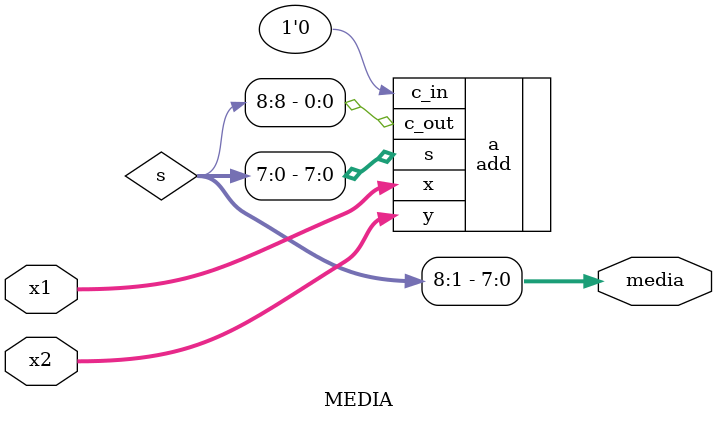
<source format=v>
module ABC(
    soc1, soc2,
    eoc1, eoc2,
    x1, x2,
    out,
    clock, reset_
);


    input eoc1, eoc2;
    input[7:0] x1, x2;
    input clock, reset_;
    
    output soc1, soc2;
    reg SOC;
    assign soc1 = SOC;
    assign soc2 = SOC;

    output out;
    reg OUT;
    assign out = OUT;

    reg[7:0] COUNT;

    reg[2:0] STAR;
    localparam S0 = 0,
               S1 = 1,
               S2 = 2,
               S3 = 3,
               S4 = 4;

    always @(reset_ == 0) begin
        OUT <= 0;
        SOC <= 0;
        COUNT <= 0;
        STAR <= S0;
    end

    wire[7:0] m;
    MEDIA me (
        .x1(x1), .x2(x2),
        .media(m)
        );

    always @(posedge clock) if(reset_ == 1) begin
        casex (STAR)
            S0: begin
                OUT <= 0;
                SOC <= 1;
                STAR <= ({eoc1, eoc2} ==  2'b00) ? S1 : S0;
            end
            S1: begin
                SOC <= 0;
                COUNT <= m;
                STAR <= ({eoc1, eoc2} ==  2'b11) ? S2 : S1;
            end
            S2: begin
                STAR <= (COUNT == 0) ? S0 : S3;
            end
            S3: begin
                OUT <= 1;
                COUNT <= COUNT - 1;
                STAR <= (COUNT == 1) ? S0 : S3;
            end
        endcase
    end

endmodule


module MEDIA(
    x1, x2, 
    media
);

input[7:0] x1, x2;
output[7:0] media;

wire[8:0] s;
add #(.N(8)) a(
    .x(x1), .y(x2), .c_in(1'b0), 
    .c_out(s[8]), .s(s[7:0])
);

assign media = s[8:1];


endmodule
</source>
